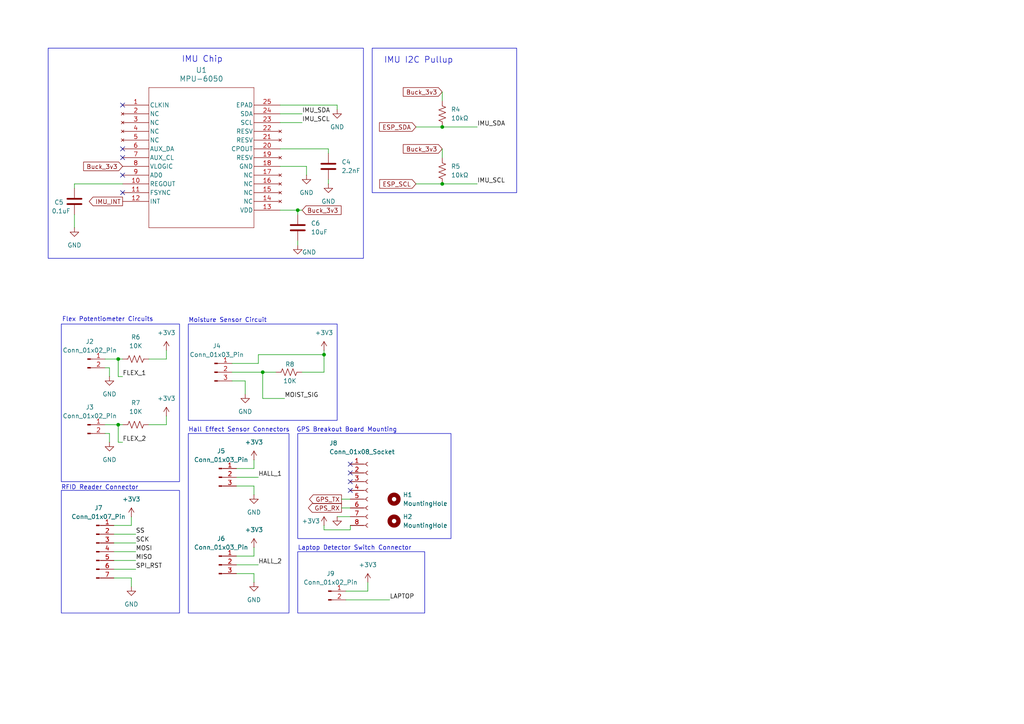
<source format=kicad_sch>
(kicad_sch (version 20250114) (generator "eeschema") (generator_version "9.0")
  (paper "A4")
  (lib_symbols
    (symbol "Connector:Conn_01x02_Pin" (pin_names (offset 1.016) (hide yes))
      (property "Reference" "J" (at 0 2.54 0))
      (property "Value" "Conn_01x02_Pin" (at 0 -5.08 0))
      (symbol "Conn_01x02_Pin_1_1"
        (rectangle (start 0.8636 0.127) (end 0 -0.127) (stroke (width 0.1524)) (fill (type outline)))
        (rectangle (start 0.8636 -2.413) (end 0 -2.667) (stroke (width 0.1524)) (fill (type outline)))
        (polyline (pts (xy 1.27 0) (xy 0.8636 0)) (stroke (width 0.1524)))
        (polyline (pts (xy 1.27 -2.54) (xy 0.8636 -2.54)) (stroke (width 0.1524)))
        (pin passive line (at 5.08 0 180) (length 3.81) (name "Pin_1") (number "1"))
        (pin passive line (at 5.08 -2.54 180) (length 3.81) (name "Pin_2") (number "2"))
      )
    )
    (symbol "Connector:Conn_01x03_Pin" (pin_names (offset 1.016) (hide yes))
      (property "Reference" "J" (at 0 5.08 0))
      (property "Value" "Conn_01x03_Pin" (at 0 -5.08 0))
      (symbol "Conn_01x03_Pin_1_1"
        (rectangle (start 0.8636 2.667) (end 0 2.413) (stroke (width 0.1524)) (fill (type outline)))
        (rectangle (start 0.8636 0.127) (end 0 -0.127) (stroke (width 0.1524)) (fill (type outline)))
        (rectangle (start 0.8636 -2.413) (end 0 -2.667) (stroke (width 0.1524)) (fill (type outline)))
        (polyline (pts (xy 1.27 2.54) (xy 0.8636 2.54)) (stroke (width 0.1524)))
        (polyline (pts (xy 1.27 0) (xy 0.8636 0)) (stroke (width 0.1524)))
        (polyline (pts (xy 1.27 -2.54) (xy 0.8636 -2.54)) (stroke (width 0.1524)))
        (pin passive line (at 5.08 2.54 180) (length 3.81) (name "Pin_1") (number "1"))
        (pin passive line (at 5.08 0 180) (length 3.81) (name "Pin_2") (number "2"))
        (pin passive line (at 5.08 -2.54 180) (length 3.81) (name "Pin_3") (number "3"))
      )
    )
    (symbol "Connector:Conn_01x07_Pin" (pin_names (offset 1.016) (hide yes))
      (property "Reference" "J" (at 0 10.16 0))
      (property "Value" "Conn_01x07_Pin" (at 0 -10.16 0))
      (symbol "Conn_01x07_Pin_1_1"
        (rectangle (start 0.8636 7.747) (end 0 7.493) (stroke (width 0.1524)) (fill (type outline)))
        (rectangle (start 0.8636 5.207) (end 0 4.953) (stroke (width 0.1524)) (fill (type outline)))
        (rectangle (start 0.8636 2.667) (end 0 2.413) (stroke (width 0.1524)) (fill (type outline)))
        (rectangle (start 0.8636 0.127) (end 0 -0.127) (stroke (width 0.1524)) (fill (type outline)))
        (rectangle (start 0.8636 -2.413) (end 0 -2.667) (stroke (width 0.1524)) (fill (type outline)))
        (rectangle (start 0.8636 -4.953) (end 0 -5.207) (stroke (width 0.1524)) (fill (type outline)))
        (rectangle (start 0.8636 -7.493) (end 0 -7.747) (stroke (width 0.1524)) (fill (type outline)))
        (polyline (pts (xy 1.27 7.62) (xy 0.8636 7.62)) (stroke (width 0.1524)))
        (polyline (pts (xy 1.27 5.08) (xy 0.8636 5.08)) (stroke (width 0.1524)))
        (polyline (pts (xy 1.27 2.54) (xy 0.8636 2.54)) (stroke (width 0.1524)))
        (polyline (pts (xy 1.27 0) (xy 0.8636 0)) (stroke (width 0.1524)))
        (polyline (pts (xy 1.27 -2.54) (xy 0.8636 -2.54)) (stroke (width 0.1524)))
        (polyline (pts (xy 1.27 -5.08) (xy 0.8636 -5.08)) (stroke (width 0.1524)))
        (polyline (pts (xy 1.27 -7.62) (xy 0.8636 -7.62)) (stroke (width 0.1524)))
        (pin passive line (at 5.08 7.62 180) (length 3.81) (name "Pin_1") (number "1"))
        (pin passive line (at 5.08 5.08 180) (length 3.81) (name "Pin_2") (number "2"))
        (pin passive line (at 5.08 2.54 180) (length 3.81) (name "Pin_3") (number "3"))
        (pin passive line (at 5.08 0 180) (length 3.81) (name "Pin_4") (number "4"))
        (pin passive line (at 5.08 -2.54 180) (length 3.81) (name "Pin_5") (number "5"))
        (pin passive line (at 5.08 -5.08 180) (length 3.81) (name "Pin_6") (number "6"))
        (pin passive line (at 5.08 -7.62 180) (length 3.81) (name "Pin_7") (number "7"))
      )
    )
    (symbol "Connector:Conn_01x08_Socket" (pin_names (offset 1.016) (hide yes))
      (property "Reference" "J" (at 0 10.16 0))
      (property "Value" "Conn_01x08_Socket" (at 0 -12.7 0))
      (symbol "Conn_01x08_Socket_1_1"
        (polyline (pts (xy -1.27 7.62) (xy -0.508 7.62)) (stroke (width 0.1524)))
        (polyline (pts (xy -1.27 5.08) (xy -0.508 5.08)) (stroke (width 0.1524)))
        (polyline (pts (xy -1.27 2.54) (xy -0.508 2.54)) (stroke (width 0.1524)))
        (polyline (pts (xy -1.27 0) (xy -0.508 0)) (stroke (width 0.1524)))
        (polyline (pts (xy -1.27 -2.54) (xy -0.508 -2.54)) (stroke (width 0.1524)))
        (polyline (pts (xy -1.27 -5.08) (xy -0.508 -5.08)) (stroke (width 0.1524)))
        (polyline (pts (xy -1.27 -7.62) (xy -0.508 -7.62)) (stroke (width 0.1524)))
        (polyline (pts (xy -1.27 -10.16) (xy -0.508 -10.16)) (stroke (width 0.1524)))
        (arc (start 0 7.112) (mid -0.5058 7.62) (end 0 8.128) (stroke (width 0.1524)))
        (arc (start 0 4.572) (mid -0.5058 5.08) (end 0 5.588) (stroke (width 0.1524)))
        (arc (start 0 2.032) (mid -0.5058 2.54) (end 0 3.048) (stroke (width 0.1524)))
        (arc (start 0 -0.508) (mid -0.5058 0) (end 0 0.508) (stroke (width 0.1524)))
        (arc (start 0 -3.048) (mid -0.5058 -2.54) (end 0 -2.032) (stroke (width 0.1524)))
        (arc (start 0 -5.588) (mid -0.5058 -5.08) (end 0 -4.572) (stroke (width 0.1524)))
        (arc (start 0 -8.128) (mid -0.5058 -7.62) (end 0 -7.112) (stroke (width 0.1524)))
        (arc (start 0 -10.668) (mid -0.5058 -10.16) (end 0 -9.652) (stroke (width 0.1524)))
        (pin passive line (at -5.08 7.62 0) (length 3.81) (name "Pin_1") (number "1"))
        (pin passive line (at -5.08 5.08 0) (length 3.81) (name "Pin_2") (number "2"))
        (pin passive line (at -5.08 2.54 0) (length 3.81) (name "Pin_3") (number "3"))
        (pin passive line (at -5.08 0 0) (length 3.81) (name "Pin_4") (number "4"))
        (pin passive line (at -5.08 -2.54 0) (length 3.81) (name "Pin_5") (number "5"))
        (pin passive line (at -5.08 -5.08 0) (length 3.81) (name "Pin_6") (number "6"))
        (pin passive line (at -5.08 -7.62 0) (length 3.81) (name "Pin_7") (number "7"))
        (pin passive line (at -5.08 -10.16 0) (length 3.81) (name "Pin_8") (number "8"))
      )
    )
    (symbol "Device:C" (pin_numbers (hide yes)) (pin_names (offset 0.254))
      (property "Reference" "C" (at 0.635 2.54 0))
      (property "Value" "C" (at 0.635 -2.54 0))
      (symbol "C_0_1"
        (polyline (pts (xy -2.032 0.762) (xy 2.032 0.762)) (stroke (width 0.508)))
        (polyline (pts (xy -2.032 -0.762) (xy 2.032 -0.762)) (stroke (width 0.508)))
      )
      (symbol "C_1_1"
        (pin passive line (at 0 3.81 270) (length 2.794) (name "~") (number "1"))
        (pin passive line (at 0 -3.81 90) (length 2.794) (name "~") (number "2"))
      )
    )
    (symbol "Device:R_US" (pin_numbers (hide yes)) (pin_names (offset 0))
      (property "Reference" "R" (at 2.54 0 90))
      (property "Value" "R_US" (at -2.54 0 90))
      (symbol "R_US_0_1"
        (polyline (pts (xy 0 2.286) (xy 0 2.54)))
        (polyline (pts (xy 0 2.286) (xy 1.016 1.905) (xy 0 1.524) (xy -1.016 1.143) (xy 0 0.762)))
        (polyline (pts (xy 0 0.762) (xy 1.016 0.381) (xy 0 0) (xy -1.016 -0.381) (xy 0 -0.762)))
        (polyline (pts (xy 0 -0.762) (xy 1.016 -1.143) (xy 0 -1.524) (xy -1.016 -1.905) (xy 0 -2.286)))
        (polyline (pts (xy 0 -2.286) (xy 0 -2.54)))
      )
      (symbol "R_US_1_1"
        (pin passive line (at 0 3.81 270) (length 1.27) (name "~") (number "1"))
        (pin passive line (at 0 -3.81 90) (length 1.27) (name "~") (number "2"))
      )
    )
    (symbol "IMU:MPU-6050" (pin_names (offset 0.254))
      (property "Reference" "U" (at 22.86 10.16 0))
      (property "Value" "MPU-6050" (at 22.86 7.62 0))
      (symbol "MPU-6050_0_1"
        (polyline (pts (xy 7.62 5.08) (xy 7.62 -35.56)) (stroke (width 0.127)))
        (polyline (pts (xy 7.62 -35.56) (xy 38.1 -35.56)) (stroke (width 0.127)))
        (polyline (pts (xy 38.1 5.08) (xy 7.62 5.08)) (stroke (width 0.127)))
        (polyline (pts (xy 38.1 -35.56) (xy 38.1 5.08)) (stroke (width 0.127)))
        (pin input line (at 0 0 0) (length 7.62) (name "CLKIN") (number "1"))
        (pin no_connect line (at 0 -2.54 0) (length 7.62) (name "NC") (number "2"))
        (pin no_connect line (at 0 -5.08 0) (length 7.62) (name "NC") (number "3"))
        (pin no_connect line (at 0 -7.62 0) (length 7.62) (name "NC") (number "4"))
        (pin no_connect line (at 0 -10.16 0) (length 7.62) (name "NC") (number "5"))
        (pin unspecified line (at 0 -12.7 0) (length 7.62) (name "AUX_DA") (number "6"))
        (pin unspecified line (at 0 -15.24 0) (length 7.62) (name "AUX_CL") (number "7"))
        (pin power_in line (at 0 -17.78 0) (length 7.62) (name "VLOGIC") (number "8"))
        (pin bidirectional line (at 0 -20.32 0) (length 7.62) (name "AD0") (number "9"))
        (pin output line (at 0 -22.86 0) (length 7.62) (name "REGOUT") (number "10"))
        (pin unspecified line (at 0 -25.4 0) (length 7.62) (name "FSYNC") (number "11"))
        (pin output line (at 0 -27.94 0) (length 7.62) (name "INT") (number "12"))
        (pin unspecified line (at 45.72 0 180) (length 7.62) (name "EPAD") (number "25"))
        (pin unspecified line (at 45.72 -2.54 180) (length 7.62) (name "SDA") (number "24"))
        (pin unspecified line (at 45.72 -5.08 180) (length 7.62) (name "SCL") (number "23"))
        (pin no_connect line (at 45.72 -7.62 180) (length 7.62) (name "RESV") (number "22"))
        (pin no_connect line (at 45.72 -10.16 180) (length 7.62) (name "RESV") (number "21"))
        (pin output line (at 45.72 -12.7 180) (length 7.62) (name "CPOUT") (number "20"))
        (pin no_connect line (at 45.72 -15.24 180) (length 7.62) (name "RESV") (number "19"))
        (pin power_out line (at 45.72 -17.78 180) (length 7.62) (name "GND") (number "18"))
        (pin no_connect line (at 45.72 -20.32 180) (length 7.62) (name "NC") (number "17"))
        (pin no_connect line (at 45.72 -22.86 180) (length 7.62) (name "NC") (number "16"))
        (pin no_connect line (at 45.72 -25.4 180) (length 7.62) (name "NC") (number "15"))
        (pin no_connect line (at 45.72 -27.94 180) (length 7.62) (name "NC") (number "14"))
        (pin power_in line (at 45.72 -30.48 180) (length 7.62) (name "VDD") (number "13"))
      )
    )
    (symbol "Mechanical:MountingHole" (pin_names (offset 1.016)) (in_bom no)
      (property "Reference" "H" (at 0 5.08 0))
      (property "Value" "MountingHole" (at 0 3.175 0))
      (symbol "MountingHole_0_1"
        (circle (center 0 0) (radius 1.27) (stroke (width 1.27)))
      )
    )
    (symbol "power:+3V3" (power) (pin_numbers (hide yes)) (pin_names (offset 0) (hide yes))
      (property "Value" "+3V3" (at 0 3.556 0))
      (symbol "+3V3_0_1"
        (polyline (pts (xy -0.762 1.27) (xy 0 2.54)))
        (polyline (pts (xy 0 2.54) (xy 0.762 1.27)))
        (polyline (pts (xy 0 0) (xy 0 2.54)))
      )
      (symbol "+3V3_1_1"
        (pin power_in line (at 0 0 90) (length 0) (name "~") (number "1"))
      )
    )
    (symbol "power:GND" (power) (pin_numbers (hide yes)) (pin_names (offset 0) (hide yes))
      (property "Value" "GND" (at 0 -3.81 0))
      (symbol "GND_0_1"
        (polyline (pts (xy 0 0) (xy 0 -1.27) (xy 1.27 -1.27) (xy 0 -2.54) (xy -1.27 -1.27) (xy 0 -1.27)))
      )
      (symbol "GND_1_1"
        (pin power_in line (at 0 0 270) (length 0) (name "~") (number "1"))
      )
    )
  )
  (rectangle (start 13.97 13.97) (end 105.41 74.93))
  (rectangle (start 86.36 160.02) (end 123.19 177.8))
  (rectangle (start 17.78 142.24) (end 52.07 177.8))
  (rectangle (start 54.61 125.73) (end 83.82 177.8))
  (rectangle (start 17.78 93.98) (end 52.07 139.7))
  (rectangle (start 107.95 13.97) (end 149.86 55.88))
  (rectangle (start 86.36 125.73) (end 130.81 156.21))
  (rectangle (start 54.61 93.98) (end 97.79 121.92))
  (text "IMU I2C Pullup" (at 121.412 17.526 0) (effects (font (size 1.75 1.75))))
  (text "Laptop Detector Switch Connector" (at 102.87 159.004 0) (effects (font (size 1.27 1.27))))
  (text "GPS Breakout Board Mounting" (at 100.584 124.714 0) (effects (font (size 1.27 1.27))))
  (text "RFID Reader Connector" (at 28.956 141.478 0) (effects (font (size 1.27 1.27))))
  (text "Flex Potentiometer Circuits" (at 31.242 92.71 0) (effects (font (size 1.27 1.27))))
  (text "Moisture Sensor Circuit" (at 66.04 92.964 0) (effects (font (size 1.27 1.27))))
  (text "Hall Effect Sensor Connectors" (at 69.342 124.714 0) (effects (font (size 1.27 1.27))))
  (text "IMU Chip" (at 58.674 17.272 0) (effects (font (size 1.75 1.75))))
  (junction (at 76.2 107.95))
  (junction (at 128.27 36.83))
  (junction (at 93.98 102.87))
  (junction (at 128.27 53.34))
  (junction (at 34.29 104.14))
  (junction (at 86.36 60.96))
  (junction (at 34.29 123.19))
  (no_connect (at 35.56 30.48))
  (no_connect (at 35.56 45.72))
  (no_connect (at 35.56 55.88))
  (no_connect (at 101.6 137.16))
  (no_connect (at 101.6 139.7))
  (no_connect (at 35.56 43.18))
  (no_connect (at 101.6 142.24))
  (no_connect (at 101.6 134.62))
  (no_connect (at 35.56 50.8))
  (wire (pts (xy 34.29 104.14) (xy 34.29 109.22)))
  (wire (pts (xy 120.65 36.83) (xy 128.27 36.83)))
  (wire (pts (xy 33.02 157.48) (xy 39.37 157.48)))
  (wire (pts (xy 30.48 125.73) (xy 31.75 125.73)))
  (wire (pts (xy 81.28 35.56) (xy 87.63 35.56)))
  (wire (pts (xy 68.58 135.89) (xy 73.66 135.89)))
  (wire (pts (xy 34.29 109.22) (xy 35.56 109.22)))
  (wire (pts (xy 34.29 123.19) (xy 35.56 123.19)))
  (wire (pts (xy 68.58 166.37) (xy 73.66 166.37)))
  (wire (pts (xy 68.58 140.97) (xy 73.66 140.97)))
  (wire (pts (xy 68.58 138.43) (xy 74.93 138.43)))
  (wire (pts (xy 76.2 107.95) (xy 80.01 107.95)))
  (wire (pts (xy 87.63 107.95) (xy 93.98 107.95)))
  (wire (pts (xy 86.36 60.96) (xy 86.36 62.23)))
  (wire (pts (xy 33.02 152.4) (xy 38.1 152.4)))
  (wire (pts (xy 33.02 162.56) (xy 39.37 162.56)))
  (wire (pts (xy 73.66 166.37) (xy 73.66 168.91)))
  (wire (pts (xy 38.1 167.64) (xy 38.1 170.18)))
  (wire (pts (xy 128.27 26.67) (xy 128.27 29.21)))
  (wire (pts (xy 128.27 43.18) (xy 128.27 45.72)))
  (wire (pts (xy 93.98 153.67) (xy 101.6 153.67)))
  (wire (pts (xy 128.27 36.83) (xy 138.43 36.83)))
  (wire (pts (xy 74.93 105.41) (xy 67.31 105.41)))
  (wire (pts (xy 76.2 115.57) (xy 82.55 115.57)))
  (wire (pts (xy 87.63 60.96) (xy 86.36 60.96)))
  (wire (pts (xy 21.59 62.23) (xy 21.59 66.04)))
  (wire (pts (xy 106.68 171.45) (xy 106.68 168.91)))
  (wire (pts (xy 93.98 152.4) (xy 93.98 153.67)))
  (wire (pts (xy 93.98 101.6) (xy 93.98 102.87)))
  (wire (pts (xy 68.58 163.83) (xy 74.93 163.83)))
  (wire (pts (xy 30.48 123.19) (xy 34.29 123.19)))
  (wire (pts (xy 21.59 53.34) (xy 21.59 54.61)))
  (wire (pts (xy 97.79 149.86) (xy 101.6 149.86)))
  (wire (pts (xy 67.31 110.49) (xy 71.12 110.49)))
  (wire (pts (xy 33.02 160.02) (xy 39.37 160.02)))
  (wire (pts (xy 81.28 33.02) (xy 87.63 33.02)))
  (wire (pts (xy 101.6 153.67) (xy 101.6 152.4)))
  (wire (pts (xy 99.06 147.32) (xy 101.6 147.32)))
  (wire (pts (xy 30.48 106.68) (xy 31.75 106.68)))
  (wire (pts (xy 74.93 102.87) (xy 93.98 102.87)))
  (wire (pts (xy 73.66 140.97) (xy 73.66 143.51)))
  (wire (pts (xy 71.12 110.49) (xy 71.12 114.3)))
  (wire (pts (xy 93.98 102.87) (xy 93.98 107.95)))
  (wire (pts (xy 74.93 102.87) (xy 74.93 105.41)))
  (wire (pts (xy 95.25 44.45) (xy 95.25 43.18)))
  (wire (pts (xy 120.65 53.34) (xy 128.27 53.34)))
  (wire (pts (xy 31.75 106.68) (xy 31.75 109.22)))
  (wire (pts (xy 88.9 48.26) (xy 88.9 50.8)))
  (wire (pts (xy 73.66 158.75) (xy 73.66 161.29)))
  (wire (pts (xy 43.18 123.19) (xy 48.26 123.19)))
  (wire (pts (xy 99.06 144.78) (xy 101.6 144.78)))
  (wire (pts (xy 43.18 104.14) (xy 48.26 104.14)))
  (wire (pts (xy 48.26 101.6) (xy 48.26 104.14)))
  (wire (pts (xy 21.59 53.34) (xy 35.56 53.34)))
  (wire (pts (xy 31.75 125.73) (xy 31.75 128.27)))
  (wire (pts (xy 34.29 123.19) (xy 34.29 128.27)))
  (wire (pts (xy 95.25 43.18) (xy 81.28 43.18)))
  (wire (pts (xy 30.48 104.14) (xy 34.29 104.14)))
  (wire (pts (xy 34.29 128.27) (xy 35.56 128.27)))
  (wire (pts (xy 73.66 133.35) (xy 73.66 135.89)))
  (wire (pts (xy 81.28 48.26) (xy 88.9 48.26)))
  (wire (pts (xy 100.33 171.45) (xy 106.68 171.45)))
  (wire (pts (xy 67.31 107.95) (xy 76.2 107.95)))
  (wire (pts (xy 34.29 104.14) (xy 35.56 104.14)))
  (wire (pts (xy 33.02 154.94) (xy 39.37 154.94)))
  (wire (pts (xy 38.1 149.86) (xy 38.1 152.4)))
  (wire (pts (xy 86.36 69.85) (xy 86.36 71.12)))
  (wire (pts (xy 76.2 107.95) (xy 76.2 115.57)))
  (wire (pts (xy 97.79 30.48) (xy 97.79 31.75)))
  (wire (pts (xy 33.02 165.1) (xy 39.37 165.1)))
  (wire (pts (xy 100.33 173.99) (xy 113.03 173.99)))
  (wire (pts (xy 128.27 53.34) (xy 138.43 53.34)))
  (wire (pts (xy 33.02 167.64) (xy 38.1 167.64)))
  (wire (pts (xy 48.26 120.65) (xy 48.26 123.19)))
  (wire (pts (xy 68.58 161.29) (xy 73.66 161.29)))
  (wire (pts (xy 81.28 30.48) (xy 97.79 30.48)))
  (wire (pts (xy 95.25 52.07) (xy 95.25 53.34)))
  (wire (pts (xy 86.36 60.96) (xy 81.28 60.96)))
  (label "IMU_SDA" (at 87.63 33.02 0))
  (label "MISO" (at 39.37 162.56 0))
  (label "SPI_RST" (at 39.37 165.1 0))
  (label "LAPTOP" (at 113.03 173.99 0))
  (label "IMU_SDA" (at 138.43 36.83 0))
  (label "SCK" (at 39.37 157.48 0))
  (label "MOSI" (at 39.37 160.02 0))
  (label "SS" (at 39.37 154.94 0))
  (label "MOIST_SIG" (at 82.55 115.57 0))
  (label "HALL_2" (at 74.93 163.83 0))
  (label "FLEX_2" (at 35.56 128.27 0))
  (label "IMU_SCL" (at 138.43 53.34 0))
  (label "IMU_SCL" (at 87.63 35.56 0))
  (label "FLEX_1" (at 35.56 109.22 0))
  (label "HALL_1" (at 74.93 138.43 0))
  (global_label "IMU_INT" (shape output) (at 35.56 58.42 180) (property "Intersheetrefs" "${INTERSHEET_REFS}" (effects (hide yes))))
  (global_label "GPS_TX" (shape output) (at 99.06 144.78 180) (property "Intersheetrefs" "${INTERSHEET_REFS}" (effects (hide yes))))
  (global_label "ESP_SDA" (shape input) (at 120.65 36.83 180) (property "Intersheetrefs" "${INTERSHEET_REFS}" (effects (hide yes))))
  (global_label "Buck_3v3" (shape input) (at 35.56 48.26 180) (property "Intersheetrefs" "${INTERSHEET_REFS}" (effects (hide yes))))
  (global_label "ESP_SCL" (shape input) (at 120.65 53.34 180) (property "Intersheetrefs" "${INTERSHEET_REFS}" (effects (hide yes))))
  (global_label "Buck_3v3" (shape input) (at 87.63 60.96 0) (property "Intersheetrefs" "${INTERSHEET_REFS}" (effects (hide yes))))
  (global_label "Buck_3v3" (shape input) (at 128.27 43.18 180) (property "Intersheetrefs" "${INTERSHEET_REFS}" (effects (hide yes))))
  (global_label "GPS_RX" (shape output) (at 99.06 147.32 180) (property "Intersheetrefs" "${INTERSHEET_REFS}" (effects (hide yes))))
  (global_label "Buck_3v3" (shape input) (at 128.27 26.67 180) (property "Intersheetrefs" "${INTERSHEET_REFS}" (effects (hide yes))))
  (symbol (lib_id "Device:C") (at 21.59 58.42 0) (unit 1)
    (property "Reference" "C5" (at 15.748 58.674 0) (effects (justify left)))
    (property "Value" "0.1uF" (at 14.986 61.214 0) (effects (justify left)))
    (property "Footprint" "Capacitor_SMD:C_1206_3216Metric_Pad1.33x1.80mm_HandSolder" (effects (hide yes)))
    (property "Description" "Unpolarized capacitor" (effects (hide yes)))
  )
  (symbol (lib_id "Device:R_US") (at 128.27 49.53 0) (unit 1)
    (property "Reference" "R5" (at 130.81 48.2599 0) (effects (justify left)))
    (property "Value" "10kΩ" (at 130.81 50.7999 0) (effects (justify left)))
    (property "Footprint" "Resistor_SMD:R_1206_3216Metric_Pad1.30x1.75mm_HandSolder" (effects (hide yes)))
    (property "Description" "Resistor, US symbol" (effects (hide yes)))
  )
  (symbol (lib_id "Connector:Conn_01x08_Socket") (at 106.68 142.24 0) (unit 1)
    (property "Reference" "J8" (at 95.504 128.524 0) (effects (justify left)))
    (property "Value" "Conn_01x08_Socket" (at 95.504 131.064 0) (effects (justify left)))
    (property "Footprint" "Connector_PinHeader_2.54mm:PinHeader_1x08_P2.54mm_Vertical" (effects (hide yes)))
    (property "Description" "Generic connector, single row, 01x08, script generated" (effects (hide yes)))
  )
  (symbol (lib_id "power:GND") (at 73.66 168.91 0) (unit 1)
    (property "Reference" "#PWR021" (effects (hide yes)))
    (property "Value" "GND" (at 73.66 173.99 0))
    (property "Description" "Power symbol creates a global label with name \"GND\" , ground" (effects (hide yes)))
  )
  (symbol (lib_id "Device:R_US") (at 39.37 104.14 90) (unit 1)
    (property "Reference" "R6" (at 39.37 97.79 90))
    (property "Value" "10K" (at 39.37 100.33 90))
    (property "Footprint" "Resistor_SMD:R_1206_3216Metric_Pad1.30x1.75mm_HandSolder" (effects (hide yes)))
    (property "Description" "Resistor, US symbol" (effects (hide yes)))
  )
  (symbol (lib_id "power:GND") (at 31.75 128.27 0) (unit 1)
    (property "Reference" "#PWR014" (effects (hide yes)))
    (property "Value" "GND" (at 31.75 133.35 0))
    (property "Description" "Power symbol creates a global label with name \"GND\" , ground" (effects (hide yes)))
  )
  (symbol (lib_id "power:GND") (at 73.66 143.51 0) (unit 1)
    (property "Reference" "#PWR019" (effects (hide yes)))
    (property "Value" "GND" (at 73.66 148.59 0))
    (property "Description" "Power symbol creates a global label with name \"GND\" , ground" (effects (hide yes)))
  )
  (symbol (lib_id "power:GND") (at 95.25 53.34 0) (unit 1)
    (property "Reference" "#PWR09" (effects (hide yes)))
    (property "Value" "GND" (at 95.25 58.42 0))
    (property "Description" "Power symbol creates a global label with name \"GND\" , ground" (effects (hide yes)))
  )
  (symbol (lib_id "power:+3V3") (at 106.68 168.91 0) (unit 1)
    (property "Reference" "#PWR029" (effects (hide yes)))
    (property "Value" "+3V3" (at 106.68 163.83 0))
    (property "Description" "Power symbol creates a global label with name \"+3V3\"" (effects (hide yes)))
  )
  (symbol (lib_id "power:GND") (at 21.59 66.04 0) (unit 1)
    (property "Reference" "#PWR08" (effects (hide yes)))
    (property "Value" "GND" (at 21.59 71.12 0))
    (property "Description" "Power symbol creates a global label with name \"GND\" , ground" (effects (hide yes)))
  )
  (symbol (lib_id "Connector:Conn_01x02_Pin") (at 95.25 171.45 0) (unit 1)
    (property "Reference" "J9" (at 95.885 166.37 0))
    (property "Value" "Conn_01x02_Pin" (at 95.885 168.91 0))
    (property "Footprint" "Connector_JST:JST_VH_B2P-VH_1x02_P3.96mm_Vertical" (effects (hide yes)))
    (property "Description" "Generic connector, single row, 01x02, script generated" (effects (hide yes)))
  )
  (symbol (lib_id "power:GND") (at 38.1 170.18 0) (unit 1)
    (property "Reference" "#PWR023" (effects (hide yes)))
    (property "Value" "GND" (at 38.1 175.26 0))
    (property "Description" "Power symbol creates a global label with name \"GND\" , ground" (effects (hide yes)))
  )
  (symbol (lib_id "power:GND") (at 97.79 31.75 0) (unit 1)
    (property "Reference" "#PWR011" (effects (hide yes)))
    (property "Value" "GND" (at 97.79 36.83 0))
    (property "Description" "Power symbol creates a global label with name \"GND\" , ground" (effects (hide yes)))
  )
  (symbol (lib_id "Connector:Conn_01x02_Pin") (at 25.4 104.14 0) (unit 1)
    (property "Reference" "J2" (at 26.035 99.06 0))
    (property "Value" "Conn_01x02_Pin" (at 26.035 101.6 0))
    (property "Footprint" "Connector_JST:JST_VH_B2P-VH_1x02_P3.96mm_Vertical" (effects (hide yes)))
    (property "Description" "Generic connector, single row, 01x02, script generated" (effects (hide yes)))
  )
  (symbol (lib_id "power:+3V3") (at 48.26 101.6 0) (unit 1)
    (property "Reference" "#PWR013" (effects (hide yes)))
    (property "Value" "+3V3" (at 48.26 96.52 0))
    (property "Description" "Power symbol creates a global label with name \"+3V3\"" (effects (hide yes)))
  )
  (symbol (lib_id "power:+3V3") (at 93.98 101.6 0) (unit 1)
    (property "Reference" "#PWR016" (effects (hide yes)))
    (property "Value" "+3V3" (at 93.98 96.52 0))
    (property "Description" "Power symbol creates a global label with name \"+3V3\"" (effects (hide yes)))
  )
  (symbol (lib_id "power:+3V3") (at 93.98 152.4 0) (unit 1)
    (property "Reference" "#PWR035" (effects (hide yes)))
    (property "Value" "+3V3" (at 90.17 151.13 0))
    (property "Description" "Power symbol creates a global label with name \"+3V3\"" (effects (hide yes)))
  )
  (symbol (lib_id "Connector:Conn_01x02_Pin") (at 25.4 123.19 0) (unit 1)
    (property "Reference" "J3" (at 26.035 118.11 0))
    (property "Value" "Conn_01x02_Pin" (at 26.035 120.65 0))
    (property "Footprint" "Connector_JST:JST_VH_B2P-VH_1x02_P3.96mm_Vertical" (effects (hide yes)))
    (property "Description" "Generic connector, single row, 01x02, script generated" (effects (hide yes)))
  )
  (symbol (lib_id "power:+3V3") (at 73.66 133.35 0) (unit 1)
    (property "Reference" "#PWR018" (effects (hide yes)))
    (property "Value" "+3V3" (at 73.66 128.27 0))
    (property "Description" "Power symbol creates a global label with name \"+3V3\"" (effects (hide yes)))
  )
  (symbol (lib_id "Connector:Conn_01x07_Pin") (at 27.94 160.02 0) (unit 1)
    (property "Reference" "J7" (at 28.575 147.32 0))
    (property "Value" "Conn_01x07_Pin" (at 28.575 149.86 0))
    (property "Footprint" "Connector_JST:JST_VH_B7P-VH_1x07_P3.96mm_Vertical" (effects (hide yes)))
    (property "Description" "Generic connector, single row, 01x07, script generated" (effects (hide yes)))
  )
  (symbol (lib_id "IMU:MPU-6050") (at 35.56 30.48 0) (unit 1)
    (property "Reference" "U1" (at 58.42 20.32 0) (effects (font (size 1.524 1.524))))
    (property "Value" "MPU-6050" (at 58.42 22.86 0) (effects (font (size 1.524 1.524))))
    (property "Footprint" "IMU:QFN24_4X4X0P9-0P5_TDK-L" (effects (hide yes)))
    (property "Datasheet" "MPU-6050" (effects (hide yes)))
  )
  (symbol (lib_id "Device:R_US") (at 128.27 33.02 0) (unit 1)
    (property "Reference" "R4" (at 130.81 31.7499 0) (effects (justify left)))
    (property "Value" "10kΩ" (at 130.81 34.2899 0) (effects (justify left)))
    (property "Footprint" "Resistor_SMD:R_1206_3216Metric_Pad1.30x1.75mm_HandSolder" (effects (hide yes)))
    (property "Description" "Resistor, US symbol" (effects (hide yes)))
  )
  (symbol (lib_id "Device:R_US") (at 39.37 123.19 90) (unit 1)
    (property "Reference" "R7" (at 39.37 116.84 90))
    (property "Value" "10K" (at 39.37 119.38 90))
    (property "Footprint" "Resistor_SMD:R_1206_3216Metric_Pad1.30x1.75mm_HandSolder" (effects (hide yes)))
    (property "Description" "Resistor, US symbol" (effects (hide yes)))
  )
  (symbol (lib_id "power:GND") (at 71.12 114.3 0) (unit 1)
    (property "Reference" "#PWR017" (effects (hide yes)))
    (property "Value" "GND" (at 71.12 119.38 0))
    (property "Description" "Power symbol creates a global label with name \"GND\" , ground" (effects (hide yes)))
  )
  (symbol (lib_id "power:GND") (at 31.75 109.22 0) (unit 1)
    (property "Reference" "#PWR012" (effects (hide yes)))
    (property "Value" "GND" (at 31.75 114.3 0))
    (property "Description" "Power symbol creates a global label with name \"GND\" , ground" (effects (hide yes)))
  )
  (symbol (lib_id "Mechanical:MountingHole") (at 114.3 151.13 0) (unit 1) (in_bom no)
    (property "Reference" "H2" (at 116.84 149.8599 0) (effects (justify left)))
    (property "Value" "MountingHole" (at 116.84 152.3999 0) (effects (justify left)))
    (property "Footprint" "MountingHole:MountingHole_2.2mm_M2" (effects (hide yes)))
    (property "Description" "Mounting Hole without connection" (effects (hide yes)))
  )
  (symbol (lib_id "Device:C") (at 95.25 48.26 0) (unit 1)
    (property "Reference" "C4" (at 99.06 46.9899 0) (effects (justify left)))
    (property "Value" "2.2nF" (at 99.06 49.5299 0) (effects (justify left)))
    (property "Footprint" "Capacitor_SMD:C_1206_3216Metric_Pad1.33x1.80mm_HandSolder" (effects (hide yes)))
    (property "Description" "Unpolarized capacitor" (effects (hide yes)))
  )
  (symbol (lib_id "Device:R_US") (at 83.82 107.95 90) (unit 1)
    (property "Reference" "R8" (at 84.074 105.664 90))
    (property "Value" "10K" (at 84.074 110.49 90))
    (property "Footprint" "Resistor_SMD:R_1206_3216Metric_Pad1.30x1.75mm_HandSolder" (effects (hide yes)))
    (property "Description" "Resistor, US symbol" (effects (hide yes)))
  )
  (symbol (lib_id "Device:C") (at 86.36 66.04 0) (unit 1)
    (property "Reference" "C6" (at 90.17 64.7699 0) (effects (justify left)))
    (property "Value" "10uF" (at 90.17 67.3099 0) (effects (justify left)))
    (property "Footprint" "Capacitor_SMD:C_1206_3216Metric_Pad1.33x1.80mm_HandSolder" (effects (hide yes)))
    (property "Description" "Unpolarized capacitor" (effects (hide yes)))
  )
  (symbol (lib_id "power:+3V3") (at 48.26 120.65 0) (unit 1)
    (property "Reference" "#PWR015" (effects (hide yes)))
    (property "Value" "+3V3" (at 48.26 115.57 0))
    (property "Description" "Power symbol creates a global label with name \"+3V3\"" (effects (hide yes)))
  )
  (symbol (lib_id "Connector:Conn_01x03_Pin") (at 63.5 138.43 0) (unit 1)
    (property "Reference" "J5" (at 64.135 130.81 0))
    (property "Value" "Conn_01x03_Pin" (at 64.135 133.35 0))
    (property "Footprint" "Connector_JST:JST_VH_B3P-VH_1x03_P3.96mm_Vertical" (effects (hide yes)))
    (property "Description" "Generic connector, single row, 01x03, script generated" (effects (hide yes)))
  )
  (symbol (lib_id "power:GND") (at 88.9 50.8 0) (unit 1)
    (property "Reference" "#PWR010" (effects (hide yes)))
    (property "Value" "GND" (at 88.9 55.88 0))
    (property "Description" "Power symbol creates a global label with name \"GND\" , ground" (effects (hide yes)))
  )
  (symbol (lib_id "power:GND") (at 86.36 71.12 0) (unit 1)
    (property "Reference" "#PWR024" (effects (hide yes)))
    (property "Value" "GND" (at 89.662 73.152 0))
    (property "Description" "Power symbol creates a global label with name \"GND\" , ground" (effects (hide yes)))
  )
  (symbol (lib_id "power:+3V3") (at 73.66 158.75 0) (unit 1)
    (property "Reference" "#PWR020" (effects (hide yes)))
    (property "Value" "+3V3" (at 73.66 153.67 0))
    (property "Description" "Power symbol creates a global label with name \"+3V3\"" (effects (hide yes)))
  )
  (symbol (lib_id "power:+3V3") (at 38.1 149.86 0) (unit 1)
    (property "Reference" "#PWR022" (effects (hide yes)))
    (property "Value" "+3V3" (at 38.1 144.78 0))
    (property "Description" "Power symbol creates a global label with name \"+3V3\"" (effects (hide yes)))
  )
  (symbol (lib_id "Mechanical:MountingHole") (at 114.3 144.78 0) (unit 1) (in_bom no)
    (property "Reference" "H1" (at 116.84 143.5099 0) (effects (justify left)))
    (property "Value" "MountingHole" (at 116.84 146.0499 0) (effects (justify left)))
    (property "Footprint" "MountingHole:MountingHole_2.2mm_M2" (effects (hide yes)))
    (property "Description" "Mounting Hole without connection" (effects (hide yes)))
  )
  (symbol (lib_id "Connector:Conn_01x03_Pin") (at 63.5 163.83 0) (unit 1)
    (property "Reference" "J6" (at 64.135 156.21 0))
    (property "Value" "Conn_01x03_Pin" (at 64.135 158.75 0))
    (property "Footprint" "Connector_JST:JST_VH_B3P-VH_1x03_P3.96mm_Vertical" (effects (hide yes)))
    (property "Description" "Generic connector, single row, 01x03, script generated" (effects (hide yes)))
  )
  (symbol (lib_id "Connector:Conn_01x03_Pin") (at 62.23 107.95 0) (unit 1)
    (property "Reference" "J4" (at 62.865 100.33 0))
    (property "Value" "Conn_01x03_Pin" (at 62.865 102.87 0))
    (property "Footprint" "Connector_JST:JST_VH_B3P-VH_1x03_P3.96mm_Vertical" (effects (hide yes)))
    (property "Description" "Generic connector, single row, 01x03, script generated" (effects (hide yes)))
  )
  (symbol (lib_id "power:GND") (at 97.79 149.86 0) (unit 1)
    (property "Reference" "#PWR036" (effects (hide yes)))
    (property "Value" "GND" (effects (hide yes)))
    (property "Description" "Power symbol creates a global label with name \"GND\" , ground" (effects (hide yes)))
  )
)
</source>
